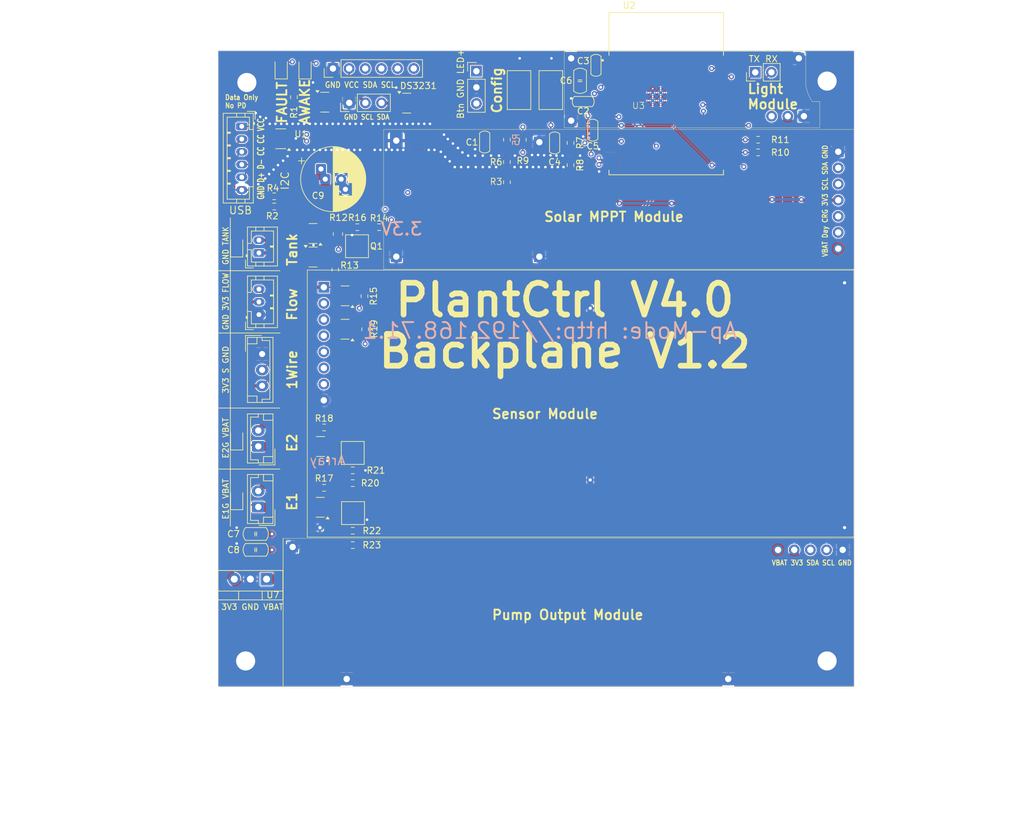
<source format=kicad_pcb>
(kicad_pcb
	(version 20241229)
	(generator "pcbnew")
	(generator_version "9.0")
	(general
		(thickness 1.6)
		(legacy_teardrops no)
	)
	(paper "A4")
	(layers
		(0 "F.Cu" signal)
		(4 "In1.Cu" signal)
		(6 "In2.Cu" signal)
		(2 "B.Cu" signal)
		(9 "F.Adhes" user "F.Adhesive")
		(11 "B.Adhes" user "B.Adhesive")
		(13 "F.Paste" user)
		(15 "B.Paste" user)
		(5 "F.SilkS" user "F.Silkscreen")
		(7 "B.SilkS" user "B.Silkscreen")
		(1 "F.Mask" user)
		(3 "B.Mask" user)
		(17 "Dwgs.User" user "User.Drawings")
		(19 "Cmts.User" user "User.Comments")
		(21 "Eco1.User" user "User.Eco1")
		(23 "Eco2.User" user "User.Eco2")
		(25 "Edge.Cuts" user)
		(27 "Margin" user)
		(31 "F.CrtYd" user "F.Courtyard")
		(29 "B.CrtYd" user "B.Courtyard")
		(35 "F.Fab" user)
		(33 "B.Fab" user)
	)
	(setup
		(stackup
			(layer "F.SilkS"
				(type "Top Silk Screen")
			)
			(layer "F.Paste"
				(type "Top Solder Paste")
			)
			(layer "F.Mask"
				(type "Top Solder Mask")
				(thickness 0.01)
			)
			(layer "F.Cu"
				(type "copper")
				(thickness 0.035)
			)
			(layer "dielectric 1"
				(type "prepreg")
				(thickness 0.1)
				(material "FR4")
				(epsilon_r 4.5)
				(loss_tangent 0.02)
			)
			(layer "In1.Cu"
				(type "copper")
				(thickness 0.035)
			)
			(layer "dielectric 2"
				(type "core")
				(thickness 1.24)
				(material "FR4")
				(epsilon_r 4.5)
				(loss_tangent 0.02)
			)
			(layer "In2.Cu"
				(type "copper")
				(thickness 0.035)
			)
			(layer "dielectric 3"
				(type "prepreg")
				(thickness 0.1)
				(material "FR4")
				(epsilon_r 4.5)
				(loss_tangent 0.02)
			)
			(layer "B.Cu"
				(type "copper")
				(thickness 0.035)
			)
			(layer "B.Mask"
				(type "Bottom Solder Mask")
				(thickness 0.01)
			)
			(layer "B.Paste"
				(type "Bottom Solder Paste")
			)
			(layer "B.SilkS"
				(type "Bottom Silk Screen")
			)
			(copper_finish "HAL lead-free")
			(dielectric_constraints no)
		)
		(pad_to_mask_clearance 0.05)
		(allow_soldermask_bridges_in_footprints no)
		(tenting front back)
		(aux_axis_origin 68.58 26.67)
		(grid_origin 68.58 26.67)
		(pcbplotparams
			(layerselection 0x00000000_00000000_5555555f_ffffffff)
			(plot_on_all_layers_selection 0x00000000_00000000_00000000_00000000)
			(disableapertmacros no)
			(usegerberextensions no)
			(usegerberattributes no)
			(usegerberadvancedattributes no)
			(creategerberjobfile no)
			(dashed_line_dash_ratio 12.000000)
			(dashed_line_gap_ratio 3.000000)
			(svgprecision 4)
			(plotframeref no)
			(mode 1)
			(useauxorigin no)
			(hpglpennumber 1)
			(hpglpenspeed 20)
			(hpglpendiameter 15.000000)
			(pdf_front_fp_property_popups yes)
			(pdf_back_fp_property_popups yes)
			(pdf_metadata yes)
			(pdf_single_document no)
			(dxfpolygonmode yes)
			(dxfimperialunits yes)
			(dxfusepcbnewfont yes)
			(psnegative no)
			(psa4output no)
			(plot_black_and_white yes)
			(sketchpadsonfab no)
			(plotpadnumbers no)
			(hidednponfab no)
			(sketchdnponfab yes)
			(crossoutdnponfab yes)
			(subtractmaskfromsilk no)
			(outputformat 1)
			(mirror no)
			(drillshape 0)
			(scaleselection 1)
			(outputdirectory "gerber/")
		)
	)
	(net 0 "")
	(net 1 "EN")
	(net 2 "VBAT")
	(net 3 "3_3V")
	(net 4 "Temp")
	(net 5 "CAN-")
	(net 6 "TANK_SENSOR")
	(net 7 "Charge")
	(net 8 "Net-(Q1-G)")
	(net 9 "ESP_RX")
	(net 10 "ESP_TX")
	(net 11 "Net-(Boot1-Pad2)")
	(net 12 "SDA")
	(net 13 "SCL")
	(net 14 "Net-(CD1-A)")
	(net 15 "Net-(D2-K)")
	(net 16 "CD_Probe")
	(net 17 "IsDay")
	(net 18 "LED_ENABLE")
	(net 19 "WORKING")
	(net 20 "ENABLE_TANK")
	(net 21 "USB_D-")
	(net 22 "FLOW")
	(net 23 "USB_D+")
	(net 24 "BOOT_SEL")
	(net 25 "WARN_LED")
	(net 26 "SQW")
	(net 27 "32K")
	(net 28 "USB_BUS")
	(net 29 "Net-(R3-Pad1)")
	(net 30 "unconnected-(U1-I{slash}O2-Pad4)")
	(net 31 "unconnected-(U1-I{slash}O1-Pad6)")
	(net 32 "Net-(J4-Pin_1)")
	(net 33 "Net-(D8-K)")
	(net 34 "Net-(D8-A)")
	(net 35 "Net-(D10-K)")
	(net 36 "Net-(D10-A)")
	(net 37 "Net-(J2-Pin_3)")
	(net 38 "Net-(Q2-G)")
	(net 39 "Net-(J2-Pin_2)")
	(net 40 "unconnected-(U2-IO8-Pad10)")
	(net 41 "CAN+")
	(net 42 "unconnected-(U2-NC-Pad22)")
	(net 43 "Net-(Q3-G)")
	(net 44 "EXTRA_1")
	(net 45 "EXTRA_2")
	(net 46 "Net-(CD2-K)")
	(net 47 "CONFIG2")
	(net 48 "GND")
	(footprint "Package_TO_SOT_SMD:SOT-23" (layer "F.Cu") (at 185.7675 101.92 180))
	(footprint "MPPT:MPPT" (layer "F.Cu") (at 232.68 48.3075))
	(footprint "Button_Switch_SMD:SW_SPST_CK_RS282G05A3" (layer "F.Cu") (at 221.98 45.87 -90))
	(footprint "PumpOut:PumpModule" (layer "F.Cu") (at 219.88 111.47))
	(footprint "Connector_JST:JST_EH_B2B-EH-A_1x02_P2.50mm_Vertical" (layer "F.Cu") (at 175.98 111.42 90))
	(footprint "PCM_Capacitor_SMD_Handsoldering_AKL:C_0805_2012Metric_Pad1.18x1.45mm" (layer "F.Cu") (at 175.58 115.67 180))
	(footprint "PCM_Capacitor_SMD_Handsoldering_AKL:C_0603_1608Metric_Pad1.08x0.95mm" (layer "F.Cu") (at 229.08 41.97 -90))
	(footprint "Resistor_SMD:R_0603_1608Metric" (layer "F.Cu") (at 254.58 53.67 180))
	(footprint "PCM_Capacitor_SMD_Handsoldering_AKL:C_0603_1608Metric_Pad1.08x0.95mm" (layer "F.Cu") (at 227.08 47.67))
	(footprint "Button_Switch_SMD:SW_SPST_CK_RS282G05A3" (layer "F.Cu") (at 216.98 45.87 -90))
	(footprint "Resistor_SMD:R_0603_1608Metric" (layer "F.Cu") (at 225.08 54.17 90))
	(footprint "Connector_JST:JST_PH_B3B-PH-K_1x03_P2.00mm_Vertical" (layer "F.Cu") (at 176.08 81.17 90))
	(footprint "Connector_JST:JST_EH_B3B-EH-A_1x03_P2.50mm_Vertical" (layer "F.Cu") (at 176.58 87.37 -90))
	(footprint "Resistor_SMD:R_0603_1608Metric" (layer "F.Cu") (at 191.555 67.42 180))
	(footprint "Resistor_SMD:R_0603_1608Metric" (layer "F.Cu") (at 190.83 115.17))
	(footprint "Package_TO_SOT_SMD:SOT-23" (layer "F.Cu") (at 189.63 78.22 180))
	(footprint "LED_SMD:LED_0805_2012Metric" (layer "F.Cu") (at 179.58 42.42 90))
	(footprint "Package_TO_SOT_SMD:SOT-23" (layer "F.Cu") (at 184.5925 68.42 180))
	(footprint "Resistor_SMD:R_0603_1608Metric" (layer "F.Cu") (at 217.58 53.67 -90))
	(footprint "Connector_PinHeader_2.54mm:PinHeader_1x06_P2.54mm_Vertical" (layer "F.Cu") (at 187.72 42.47 90))
	(footprint "LED_SMD:LED_0805_2012Metric" (layer "F.Cu") (at 172.58 110.17 90))
	(footprint "Resistor_SMD:R_0603_1608Metric" (layer "F.Cu") (at 178.48 64.17))
	(footprint "Package_TO_SOT_SMD:SOT-23-6" (layer "F.Cu") (at 179.5175 53.52 180))
	(footprint "Package_TO_SOT_SMD:SOT-23" (layer "F.Cu") (at 189.63 83.47 180))
	(footprint "PCM_Capacitor_SMD_Handsoldering_AKL:C_0805_2012Metric_Pad1.18x1.45mm" (layer "F.Cu") (at 175.58 118.17 180))
	(footprint "Resistor_SMD:R_0603_1608Metric" (layer "F.Cu") (at 215.08 60.345 -90))
	(footprint "Resistor_SMD:R_0603_1608Metric" (layer "F.Cu") (at 194.98 67.42))
	(footprint "PCM_Capacitor_SMD_Handsoldering_AKL:C_0603_1608Metric_Pad1.08x0.95mm" (layer "F.Cu") (at 211.58 54.0325 90))
	(footprint "Package_TO_SOT_SMD:SOT-23" (layer "F.Cu") (at 199.3175 47.92))
	(footprint "Capacitor_THT:CP_Radial_D10.0mm_P2.50mm_P5.00mm"
		(layer "F.Cu")
		(uuid "5788df9f-c91a-4f2f-8dbd-50d2ee8e1389")
		(at 186.509063 59.87)
		(descr "CP, Radial series, Radial, pin pitch=2.50mm 5.00mm, diameter=10mm, height=12mm, Electrolytic Capacitor")
		(tags "CP Radial series Radial pin pitch 2.50mm 5.00mm diameter 10mm height 12mm Electrolytic Capacitor")
		(property "Reference" "C9"
			(at -1.129063 2.6 0)
			(layer "F.SilkS")
			(uuid "d80d09d5-31e8-424b-86b6-1d42df47e3dd")
			(effects
				(font
					(size 1 1)
					(thickness 0.15)
				)
			)
		)
		(property "Value" "1000uF"
			(at 1.25 6.25 0)
			(layer "F.Fab")
			(uuid "70a175ba-ec71-450b-9a5a-91d206b8d5a6")
			(effects
				(font
					(size 1 1)
					(thickness 0.15)
				)
			)
		)
		(property "Datasheet" "~"
			(at 0 0 0)
			(layer "F.Fab")
			(hide yes)
			(uuid "abdac494-626e-4c59-bcd1-6423def8dddf")
			(effects
				(font
					(size 1.27 1.27)
					(thickness 0.15)
				)
			)
		)
		(property "Description" "Polarized capacitor"
			(at 0 0 0)
			(layer "F.Fab")
			(hide yes)
			(uuid "2403c29e-250c-4bf0-ac75-9a7df71bf331")
			(effects
				(font
					(size 1.27 1.27)
					(thickness 0.15)
				)
			)
		)
		(property ki_fp_filters "CP_*")
		(path "/51332e26-7a0c-48f2-9dc3-7987b9affed0")
		(sheetname "/")
		(sheetfile "PlantCtrlESP32.kicad_sch")
		(attr through_hole)
		(fp_line
			(start -4.229646 -2.875)
			(end -3.229646 -2.875)
			(stroke
				(width 0.12)
				(type solid)
			)
			(layer "F.SilkS")
			(uuid "89904ee2-4d83-4e54-a3c8-c26ee98bf1f9")
		)
		(fp_line
			(start -3.729646 -3.375)
			(end -3.729646 -2.375)
			(stroke
				(width 0.12)
				(type solid)
			)
			(layer "F.SilkS")
			(uuid "1b569b13-eee5-4a34-b784-7e05ed56ccd4")
		)
		(fp_line
			(start 1.25 -5.08)
			(end 1.25 5.08)
			(stroke
				(width 0.12)
				(type solid)
			)
			(layer "F.SilkS")
			(uuid "05314426-9e91-40ef-aa21-896d65621bd7")
		)
		(fp_line
			(start 1.29 -5.08)
			(end 1.29 5.08)
			(stroke
				(width 0.12)
				(type solid)
			)
			(layer "F.SilkS")
			(uuid "0490155d-3a81-4e7a-a412-017cb9c7094d")
		)
		(fp_line
			(start 1.33 -5.079)
			(end 1.33 5.079)
			(stroke
				(width 0.12)
				(type solid)
			)
			(layer "F.SilkS")
			(uuid "f3367b71-175b-4675-b5c8-0006ad21e2ce")
		)
		(fp_line
			(start 1.37 -5.079)
			(end 1.37 5.079)
			(stroke
				(width 0.12)
				(type solid)
			)
			(layer "F.SilkS")
			(uuid "15388988-bb8c-4a7d-9a27-5e345d075b23")
		)
		(fp_line
			(start 1.41 -5.077)
			(end 1.41 5.077)
			(stroke
				(width 0.12)
				(type solid)
			)
			(layer "F.SilkS")
			(uuid "25fdd878-44c9-413c-8a14-d6bac1aa6c20")
		)
		(fp_line
			(start 1.45 -5.076)
			(end 1.45 5.076)
			(stroke
				(width 0.12)
				(type solid)
			)
			(layer "F.SilkS")
			(uuid "552b9aeb-ca3d-4c06-b359-5e628beadabc")
		)
		(fp_line
			(start 1.49 -5.074)
			(end 1.49 -1.04)
			(stroke
				(width 0.12)
				(type solid)
			)
			(layer "F.SilkS")
			(uuid "deb56c4a-1ecd-4019-a002-594f08ebd1d9")
		)
		(fp_line
			(start 1.49 1.04)
			(end 1.49 5.074)
			(stroke
				(width 0.12)
				(type solid)
			)
			(layer "F.SilkS")
			(uuid "ab811579-af15-4cd2-9f25-60a2d0a317ff")
		)
		(fp_line
			(start 1.53 -5.072)
			(end 1.53 -1.04)
			(stroke
				(width 0.12)
				(type solid)
			)
			(layer "F.SilkS")
			(uuid "0f8d9563-d363-4328-a036-d2312e3181c6")
		)
		(fp_line
			(start 1.53 1.04)
			(end 1.53 5.072)
			(stroke
				(width 0.12)
				(type solid)
			)
			(layer "F.SilkS")
			(uuid "f2f689c2-9cc7-46b9-8083-4eaa322fc907")
		)
		(fp_line
			(start 1.57 -5.07)
			(end 1.57 -1.04)
			(stroke
				(width 0.12)
				(type solid)
			)
			(layer "F.SilkS")
			(uuid "71dccc16-d431-47ad-820c-5a62cf3d0c41")
		)
		(fp_line
			(start 1.57 1.04)
			(end 1.57 5.07)
			(stroke
				(width 0.12)
				(type solid)
			)
			(layer "F.SilkS")
			(uuid "b03a05ae-260b-4033-8632-d5549ee4dbe7")
		)
		(fp_line
			(start 1.61 -5.067)
			(end 1.61 -1.04)
			(stroke
				(width 0.12)
				(type solid)
			)
			(layer "F.SilkS")
			(uuid "ef879969-314c-4c7e-9574-0fad767d4d31")
		)
		(fp_line
			(start 1.61 1.04)
			(end 1.61 5.067)
			(stroke
				(width 0.12)
				(type solid)
			)
			(layer "F.SilkS")
			(uuid "9280b2ee-f2f6-4b45-bc8c-6f08c8ba3528")
		)
		(fp_line
			(start 1.65 -5.064)
			(end 1.65 -1.04)
			(stroke
				(width 0.12)
				(type solid)
			)
			(layer "F.SilkS")
			(uuid "76acfc1c-8fe5-4392-975c-70b4f4164a63")
		)
		(fp_line
			(start 1.65 1.04)
			(end 1.65 5.064)
			(stroke
				(width 0.12)
				(type solid)
			)
			(layer "F.SilkS")
			(uuid "589d9ac1-1773-493c-9ae1-7bc72cf91001")
		)
		(fp_line
			(start 1.69 -5.061)
			(end 1.69 -1.04)
			(stroke
				(width 0.12)
				(type solid)
			)
			(layer "F.SilkS")
			(uuid "6f43440a-25f2-46f7-a6ce-6a19ee97afd2")
		)
		(fp_line
			(start 1.69 1.04)
			(end 1.69 5.061)
			(stroke
				(width 0.12)
				(type solid)
			)
			(layer "F.SilkS")
			(uuid "4c22828d-6172-47bc-a2c6-1a63105667ed")
		)
		(fp_line
			(start 1.73 -5.057)
			(end 1.73 -1.04)
			(stroke
				(width 0.12)
				(type solid)
			)
			(layer "F.SilkS")
			(uuid "73b97273-51d2-46e0-bd6b-f9d6fa3bf7a4")
		)
		(fp_line
			(start 1.73 1.04)
			(end 1.73 5.057)
			(stroke
				(width 0.12)
				(type solid)
			)
			(layer "F.SilkS")
			(uuid "517bddd7-e407-4ed8-95c1-67242233ffec")
		)
		(fp_line
			(start 1.77 -5.054)
			(end 1.77 -1.04)
			(stroke
				(width 0.12)
				(type solid)
			)
			(layer "F.SilkS")
			(uuid "2c714d55-eea2-4fb2-9d1e-60fb8f24a6c4")
		)
		(fp_line
			(start 1.77 1.04)
			(end 1.77 5.054)
			(stroke
				(width 0.12)
				(type solid)
			)
			(layer "F.SilkS")
			(uuid "c6272eab-de29-4e84-bd4a-b33ba44be5da")
		)
		(fp_line
			(start 1.81 -5.049)
			(end 1.81 -1.04)
			(stroke
				(width 0.12)
				(type solid)
			)
			(layer "F.SilkS")
			(uuid "27e08f13-7a08-4866-a2a4-4d244276df34")
		)
		(fp_line
			(start 1.81 1.04)
			(end 1.81 5.049)
			(stroke
				(width 0.12)
				(type solid)
			)
			(layer "F.SilkS")
			(uuid "3dd14f20-0cbe-456a-a52b-f4d759537a98")
		)
		(fp_line
			(start 1.85 -5.045)
			(end 1.85 -1.04)
			(stroke
				(width 0.12)
				(type solid)
			)
			(layer "F.SilkS")
			(uuid "4554e845-7861-4d44-9b4e-65f744eb9ed4")
		)
		(fp_line
			(start 1.85 1.04)
			(end 1.85 5.045)
			(stroke
				(width 0.12)
				(type solid)
			)
			(layer "F.SilkS")
			(uuid "a9838921-2a07-4d39-9523-373f9895fe02")
		)
		(fp_line
			(start 1.89 -5.04)
			(end 1.89 -1.04)
			(stroke
				(width 0.12)
				(type solid)
			)
			(layer "F.SilkS")
			(uuid "9dd7c8f8-a793-4526-afe2-f7a750e4c50f")
		)
		(fp_line
			(start 1.89 1.04)
			(end 1.89 5.04)
			(stroke
				(width 0.12)
				(type solid)
			)
			(layer "F.SilkS")
			(uuid "2c511a83-25fd-4f6c-95f9-6e26f059e857")
		)
		(fp_line
			(start 1.93 -5.035)
			(end 1.93 -1.04)
			(stroke
				(width 0.12)
				(type solid)
			)
			(layer "F.SilkS")
			(uuid "2252ebe1-2f4d-4ea6-812e-0371f7e16ba8")
		)
		(fp_line
			(start 1.93 1.04)
			(end 1.93 5.035)
			(stroke
				(width 0.12)
				(type solid)
			)
			(layer "F.SilkS")
			(uuid "80c2c4e6-20d7-4ab9-8120-61e5c409e7c8")
		)
		(fp_line
			(start 1.97 -5.029)
			(end 1.97 -1.04)
			(stroke
				(width 0.12)
				(type solid)
			)
			(layer "F.SilkS")
			(uuid "5d92da4a-3dfb-4866-89d4-9a811f0148d4")
		)
		(fp_line
			(start 1.97 1.04)
			(end 1.97 5.029)
			(stroke
				(width 0.12)
				(type solid)
			)
			(layer "F.SilkS")
			(uuid "5b821102-a4ea-4b1a-91cb-58e3646ba081")
		)
		(fp_line
			(start 2.01 -5.023)
			(end 2.01 -1.04)
			(stroke
				(width 0.12)
				(type solid)
			)
			(layer "F.SilkS")
			(uuid "39e18b03-c8f8-4fc1-a958-546937b8e4ee")
		)
		(fp_line
			(start 2.01 1.04)
			(end 2.01 5.023)
			(stroke
				(width 0.12)
				(type solid)
			)
			(layer "F.SilkS")
			(uuid "35810396-506e-4501-a98d-184f71176d4e")
		)
		(fp_line
			(start 2.05 -5.017)
			(end 2.05 -1.04)
			(stroke
				(width 0.12)
				(type solid)
			)
			(layer "F.SilkS")
			(uuid "4f359438-eac5-4b07-bbf8-57711e85cd0c")
		)
		(fp_line
			(start 2.05 1.04)
			(end 2.05 5.017)
			(stroke
				(width 0.12)
				(type solid)
			)
			(layer "F.SilkS")
			(uuid "72abd212-da13-4800-8329-8320a511405a")
		)
		(fp_line
			(start 2.09 -5.011)
			(end 2.09 -1.04)
			(stroke
				(width 0.12)
				(type solid)
			)
			(layer "F.SilkS")
			(uuid "d298eb84-c624-4af2-9fe4-0f7ff1bea8aa")
		)
		(fp_line
			(start 2.09 1.04)
			(end 2.09 5.011)
			(stroke
				(width 0.12)
				(type solid)
			)
			(layer "F.SilkS")
			(uuid "40a0c069-00d5-4499-a9ab-bf75bfef5d2f")
		)
		(fp_line
			(start 2.13 -5.004)
			(end 2.13 -1.04)
			(stroke
				(width 0.12)
				(type solid)
			)
			(layer "F.SilkS")
			(uuid "5d549631-831f-4ae9-9418-aff0851f2ba8")
		)
		(fp_line
			(start 2.13 1.04)
			(end 2.13 5.004)
			(stroke
				(width 0.12)
				(type solid)
			)
			(layer "F.SilkS")
			(uuid "2e618a78-5abf-480b-8716-82309077233f")
		)
		(fp_line
			(start 2.17 -4.997)
			(end 2.17 -1.04)
			(stroke
				(width 0.12)
				(type solid)
			)
			(layer "F.SilkS")
			(uuid "b39aee31-7a99-4c78-a57a-2984c89dfaf4")
		)
		(fp_line
			(start 2.17 2.64)
			(end 2.17 4.997)
			(stroke
				(width 0.12)
				(type solid)
			)
			(layer "F.SilkS")
			(uuid "112f0feb-0b5f-41c7-b9fb-4fe1b1fe3dd5")
		)
		(fp_line
			(start 2.21 -4.989)
			(end 2.21 -1.04)
			(stroke
				(width 0.12)
				(type solid)
			)
			(layer "F.SilkS")
			(uuid "6298de2c-9bdc-469f-857e-02f590cdebc5")
		)
		(fp_line
			(start 2.21 2.64)
			(end 2.21 4.989)
			(stroke
				(width 0.12)
				(type solid)
			)
			(layer "F.SilkS")
			(uuid "507e49f2-4380-4404-8fba-01f873e4e076")
		)
		(fp_line
			(start 2.25 -4.981)
			(end 2.25 -1.04)
			(stroke
				(width 0.12)
				(type solid)
			)
			(layer "F.SilkS")
			(uuid "e7a6a0bf-bf63-4da7-bc29-49390b32a95d")
		)
		(fp_line
			(start 2.25 2.64)
			(end 2.25 4.981)
			(stroke
				(width 0.12)
				(type solid)
			)
			(layer "F.SilkS")
			(uuid "9d721208-8a97-43a5-9e0a-cd40848c66aa")
		)
		(fp_line
			(start 2.29 -4.973)
			(end 2.29 -1.04)
			(stroke
				(width 0.12)
				(type solid)
			)
			(layer "F.SilkS")
			(uuid "41643ab7-9abd-4048-9c20-94aad8119ef7")
		)
		(fp_line
			(start 2.29 2.64)
			(end 2.29 4.973)
			(stroke
				(width 0.12)
				(type solid)
			)
			(layer "F.SilkS")
			(uuid "cab08392-b14d-4a67-bb2f-0db327788b5c")
		)
		(fp_line
			(start 2.33 -4.965)
			(end 2.33 -1.04)
			(stroke
				(width 0.12)
				(type solid)
			)
			(layer "F.SilkS")
			(uuid "47d9e55a-3530-42db-83f5-2f5249a925af")
		)
		(fp_line
			(start 2.33 2.64)
			(end 2.33 4.965)
			(stroke
				(width 0.12)
				(type solid)
			)
			(layer "F.SilkS")
			(uuid "a92333a6-9897-4bc9-afa1-892b0f96b655")
		)
		(fp_line
			(start 2.37 -4.956)
			(end 2.37 -1.04)
			(stroke
				(width 0.12)
				(type solid)
			)
			(layer "F.SilkS")
			(uuid "294d8166-f794-4b68-a140-e3cdea79cf98")
		)
		(fp_line
			(start 2.37 2.64)
			(end 2.37 4.956)
			(stroke
				(width 0.12)
				(type solid)
			)
			(layer "F.SilkS")
			(uuid "22e5da1d-b747-482a-be47-72dc799a117a")
		)
		(fp_line
			(start 2.41 -4.947)
			(end 2.41 -1.04)
			(stroke
				(width 0.12)
				(type solid)
			)
			(layer "F.SilkS")
			(uuid "eaabfe93-733d-4ee0-b6a6-0472df341632")
		)
		(fp_line
			(start 2.41 2.64)
			(end 2.41 4.947)
			(stroke
				(width 0.12)
				(type solid)
			)
			(layer "F.SilkS")
			(uuid "6d9fd96f-12eb-4fee-bdf6-d5332a987b48")
		)
		(fp_line
			(start 2.45 -4.937)
			(end 2.45 -1.04)
			(stroke
				(width 0.12)
				(type solid)
			)
			(layer "F.SilkS")
			(uuid "f233a33c-1e1f-48e6-8465-a14d108ac0c9")
		)
		(fp_line
			(start 2.45 2.64)
			(end 2.45 4.937)
			(stroke
				(width 0.12)
				(type solid)
			)
			(layer "F.SilkS")
			(uuid "805f571e-c2b5-4268-8804-8f2166042718")
		)
		(fp_line
			(start 2.49 -4.928)
			(end 2.49 -1.04)
			(stroke
				(width 0.12)
				(type solid)
			)
			(layer "F.SilkS")
			(uuid "78a72c45-2f34-4235-b327-3c0b13895294")
		)
		(fp_line
			(start 2.49 2.64)
			(end 2.49 4.928)
			(stroke
				(width 0.12)
				(type solid)
			)
			(layer "F.SilkS")
			(uuid "faa315af-15cf-47be-96c8-84980f0f1532")
		)
		(fp_line
			(start 2.53 -4.917)
			(end 2.53 -1.04)
			(stroke
				(width 0.12)
				(type solid)
			)
			(layer "F.SilkS")
			(uuid "3b1f0637-50d9-44c9-9c89-6578e19d2d8e")
		)
		(fp_line
			(start 2.53 2.64)
			(end 2.53 4.917)
			(stroke
				(width 0.12)
				(type solid)
			)
			(layer "F.SilkS")
			(uuid "a78b053d-ee57-429a-b41b-f7fcee100961")
		)
		(fp_line
			(start 2.57 -4.907)
			(end 2.57 -1.04)
			(stroke
				(width 0.12)
				(type solid)
			)
			(layer "F.SilkS")
			(uuid "816e420c-c886-4f42-a8fd-56dddfb966c4")
		)
		(fp_line
			(start 2.57 2.64)
			(end 2.57 4.907)
			(stroke
				(width 0.12)
				(type solid)
			)
			(layer "F.SilkS")
			(uuid "678f6597-34c5-443c-b68a-0b6c423f8118")
		)
		(fp_line
			(start 2.61 -4.896)
			(end 2.61 -1.04)
			(stroke
				(width 0.12)
				(type solid)
			)
			(layer "F.SilkS")
			(uuid "05ad117d-0aa1-44c1-b953-d72fce029eba")
		)
		(fp_line
			(start 2.61 2.64)
			(end 2.61 4.896)
			(stroke
				(width 0.12)
				(type solid)
			)
			(layer "F.SilkS")
			(uuid "a50a435d-cd51-4fc1-9888-3b07581e64e7")
		)
		(fp_line

... [4185297 chars truncated]
</source>
